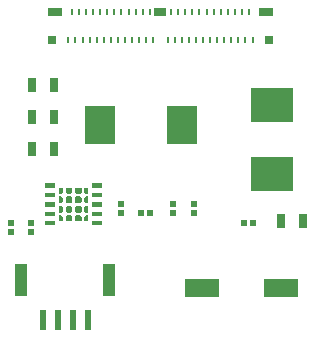
<source format=gtp>
G04*
G04 #@! TF.GenerationSoftware,Altium Limited,Altium Designer,18.0.7 (293)*
G04*
G04 Layer_Color=8421504*
%FSLAX25Y25*%
%MOIN*%
G70*
G01*
G75*
%ADD17R,0.02756X0.02756*%
%ADD18R,0.00866X0.02047*%
%ADD19R,0.04724X0.02756*%
%ADD20R,0.03937X0.02756*%
%ADD21R,0.01968X0.02362*%
%ADD22R,0.02362X0.01968*%
%ADD23R,0.09843X0.12992*%
%ADD24R,0.11614X0.06299*%
%ADD25R,0.02756X0.05118*%
%ADD26R,0.02362X0.06693*%
%ADD27R,0.03937X0.11024*%
%ADD28R,0.14173X0.11811*%
G36*
X28520Y57174D02*
X25220D01*
Y58574D01*
X28520D01*
Y57174D01*
D02*
G37*
G36*
X34252Y55625D02*
X33695Y55068D01*
X32496D01*
X31939Y55625D01*
Y57180D01*
X34252D01*
Y55625D01*
D02*
G37*
G36*
X31152D02*
X30595Y55068D01*
X29841D01*
Y57180D01*
X31152D01*
Y55625D01*
D02*
G37*
G36*
X28520Y54024D02*
X25220D01*
Y55424D01*
X28520D01*
Y54024D01*
D02*
G37*
G36*
X34252Y53724D02*
Y52525D01*
X33695Y51968D01*
X32496D01*
X31939Y52525D01*
Y53724D01*
X32496Y54281D01*
X33695D01*
X34252Y53724D01*
D02*
G37*
G36*
X31152D02*
Y52525D01*
X30595Y51968D01*
X29841D01*
Y54281D01*
X30595D01*
X31152Y53724D01*
D02*
G37*
G36*
X28520Y50875D02*
X25220D01*
Y52275D01*
X28520D01*
Y50875D01*
D02*
G37*
G36*
X34252Y50624D02*
Y49425D01*
X33695Y48869D01*
X32496D01*
X31939Y49425D01*
Y50624D01*
X32496Y51181D01*
X33695D01*
X34252Y50624D01*
D02*
G37*
G36*
X31152D02*
Y49425D01*
X30595Y48869D01*
X29841D01*
Y51181D01*
X30595D01*
X31152Y50624D01*
D02*
G37*
G36*
X28520Y47725D02*
X25220D01*
Y49125D01*
X28520D01*
Y47725D01*
D02*
G37*
G36*
X34252Y47524D02*
Y45970D01*
X31939D01*
Y47524D01*
X32496Y48081D01*
X33695D01*
X34252Y47524D01*
D02*
G37*
G36*
X31152D02*
Y45970D01*
X29841D01*
Y48081D01*
X30595D01*
X31152Y47524D01*
D02*
G37*
G36*
X28520Y44576D02*
X25220D01*
Y45976D01*
X28520D01*
Y44576D01*
D02*
G37*
G36*
X44071Y57174D02*
X40771D01*
Y58574D01*
X44071D01*
Y57174D01*
D02*
G37*
G36*
X39451Y55068D02*
X38696D01*
X38139Y55625D01*
Y57180D01*
X39451D01*
Y55068D01*
D02*
G37*
G36*
X37352Y55625D02*
X36795Y55068D01*
X35596D01*
X35039Y55625D01*
Y57180D01*
X37352D01*
Y55625D01*
D02*
G37*
G36*
X44071Y54024D02*
X40771D01*
Y55424D01*
X44071D01*
Y54024D01*
D02*
G37*
G36*
X39451Y51968D02*
X38696D01*
X38139Y52525D01*
Y53724D01*
X38696Y54281D01*
X39451D01*
Y51968D01*
D02*
G37*
G36*
X37352Y53724D02*
Y52525D01*
X36795Y51968D01*
X35596D01*
X35039Y52525D01*
Y53724D01*
X35596Y54281D01*
X36795D01*
X37352Y53724D01*
D02*
G37*
G36*
X44071Y50875D02*
X40771D01*
Y52275D01*
X44071D01*
Y50875D01*
D02*
G37*
G36*
X39451Y48869D02*
X38696D01*
X38139Y49425D01*
Y50624D01*
X38696Y51181D01*
X39451D01*
Y48869D01*
D02*
G37*
G36*
X37352Y50624D02*
Y49425D01*
X36795Y48869D01*
X35596D01*
X35039Y49425D01*
Y50624D01*
X35596Y51181D01*
X36795D01*
X37352Y50624D01*
D02*
G37*
G36*
X44071Y47725D02*
X40771D01*
Y49125D01*
X44071D01*
Y47725D01*
D02*
G37*
G36*
X39451Y45970D02*
X38139D01*
Y47524D01*
X38696Y48081D01*
X39451D01*
Y45970D01*
D02*
G37*
G36*
X37352Y47524D02*
Y45970D01*
X35039D01*
Y47524D01*
X35596Y48081D01*
X36795D01*
X37352Y47524D01*
D02*
G37*
G36*
X44071Y44576D02*
X40771D01*
Y45976D01*
X44071D01*
Y44576D01*
D02*
G37*
D17*
X27362Y106535D02*
D03*
X99803D02*
D03*
D18*
X68307Y106496D02*
D03*
X70669D02*
D03*
X75394D02*
D03*
X73032D02*
D03*
X82480D02*
D03*
X84842D02*
D03*
X80118D02*
D03*
X77756D02*
D03*
X91929D02*
D03*
X94291D02*
D03*
X89567D02*
D03*
X87205D02*
D03*
X65945D02*
D03*
X32874D02*
D03*
X54134D02*
D03*
X56496D02*
D03*
X61221D02*
D03*
X58858D02*
D03*
X44685D02*
D03*
X47047D02*
D03*
X51772D02*
D03*
X49409D02*
D03*
X39961D02*
D03*
X42323D02*
D03*
X37598D02*
D03*
X35236D02*
D03*
X34055Y115827D02*
D03*
X36417D02*
D03*
X41142D02*
D03*
X38780D02*
D03*
X48228D02*
D03*
X50591D02*
D03*
X45866D02*
D03*
X43504D02*
D03*
X57677D02*
D03*
X60039D02*
D03*
X55315D02*
D03*
X52953D02*
D03*
X86024D02*
D03*
X88386D02*
D03*
X93110D02*
D03*
X90748D02*
D03*
X76575D02*
D03*
X78937D02*
D03*
X83661D02*
D03*
X81299D02*
D03*
X71850D02*
D03*
X74213D02*
D03*
X69488D02*
D03*
X67126D02*
D03*
D19*
X28346Y115591D02*
D03*
X98819D02*
D03*
D20*
X63583D02*
D03*
D21*
X57087Y48622D02*
D03*
X60039D02*
D03*
X94488Y45276D02*
D03*
X91535D02*
D03*
D22*
X20472D02*
D03*
Y42323D02*
D03*
X74803Y48720D02*
D03*
Y51673D02*
D03*
X67716Y48622D02*
D03*
Y51575D02*
D03*
X13780Y45276D02*
D03*
Y42323D02*
D03*
X50394Y48622D02*
D03*
Y51575D02*
D03*
D23*
X43504Y77953D02*
D03*
X70669D02*
D03*
D24*
X77461Y23622D02*
D03*
X103642D02*
D03*
D25*
X111221Y46063D02*
D03*
X103740D02*
D03*
X28150Y91339D02*
D03*
X20669D02*
D03*
X28150Y80709D02*
D03*
X20669D02*
D03*
X28150Y70079D02*
D03*
X20669D02*
D03*
D26*
X34350Y13091D02*
D03*
X29429D02*
D03*
X39272D02*
D03*
X24508D02*
D03*
D27*
X17224Y26280D02*
D03*
X46555D02*
D03*
D28*
X100787Y84646D02*
D03*
Y61811D02*
D03*
M02*

</source>
